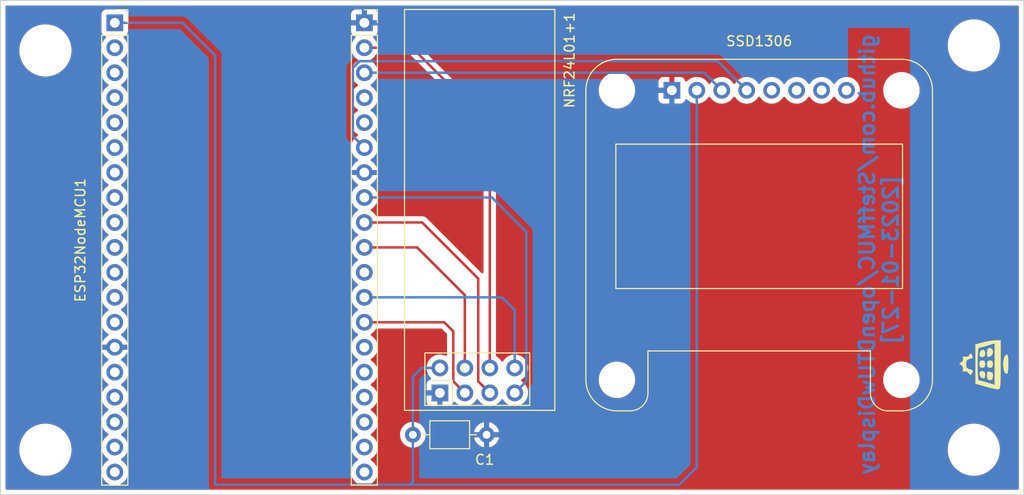
<source format=kicad_pcb>
(kicad_pcb (version 20211014) (generator pcbnew)
  (layers (0 "F.Cu" signal) (31 "B.Cu" signal) (34 "B.Paste" user) (35 "F.Paste" user) (36 "B.SilkS" user "B.Silkscreen") (37 "F.SilkS" user "F.Silkscreen") (38 "B.Mask" user) (39 "F.Mask" user) (44 "Edge.Cuts" user))
  (property "OpenDTUVer" "")
  (net 0 "")
  (net 1 "GND")
  (net 2 "PWR3x3")
  (net 3 "SCL")
  (net 4 "SDA")
  (net 28 "CE")
  (net 29 "IRQ")
  (net 31 "~{CSN}")
  (net 32 "SCK")
  (net 33 "MISO")
  (net 36 "MOSI")
  (footprint "MountingHole:MountingHole_4.3mm_M4" (layer "F.Cu") (at 170.688 73.152)
    (fp_text reference "REF**" hide)
    (fp_text value "MountingHole_4.3mm_M4" hide)
    (pad "" np_thru_hole circle (at 0 0) (size 4.3 4.3) (drill 4.3) (layers *.Cu *.Mask))
  )
  (footprint "MountingHole:MountingHole_4.3mm_M4" (layer "F.Cu") (at 170.688 114.3)
    (fp_text reference "REF**" hide)
    (fp_text value "MountingHole_4.3mm_M4" hide)
    (pad "" np_thru_hole circle (at 0 0) (size 4.3 4.3) (drill 4.3) (layers F&B.Cu *.Mask))
  )
  (footprint "MountingHole:MountingHole_4.3mm_M4" (layer "F.Cu") (at 76.2 73.66)
    (fp_text reference "REF**" hide)
    (fp_text value "MountingHole_4.3mm_M4" hide)
    (pad "" np_thru_hole circle (at 0 0) (size 4.3 4.3) (drill 4.3) (layers *.Cu *.Mask))
  )
  (footprint "nRF24L01+PA+LNA_Breakout:nRF24L01+PA+LNA_Breakout" (layer "F.Cu") (at 116.346 108.516 90)
    (fp_text reference "NRF24L01+1" (at 33.84 13.194 90) (layer "F.SilkS"))
    (fp_text value "NRF24L01+PA+LNA_Breakout")
    (fp_line (start 4.064 -1.524) (end 4.064 9.144) (layer "F.SilkS") (width 0.12))
    (fp_line (start -1.27 -1.524) (end 4.064 -1.524) (layer "F.SilkS") (width 0.12))
    (fp_line (start -1.27 9.144) (end -1.27 -1.524) (layer "F.SilkS") (width 0.12))
    (fp_line (start -1.016 1.27) (end -1.016 1.27) (layer "F.SilkS") (width 0.12))
    (fp_line (start 1.27 -1.016) (end 1.27 1.27) (layer "F.SilkS") (width 0.12))
    (fp_line (start 4.064 9.144) (end -1.27 9.144) (layer "F.SilkS") (width 0.12))
    (fp_line (start 1.27 1.27) (end -1.016 1.27) (layer "F.SilkS") (width 0.12))
    (fp_line (start -1.27 -1.524) (end -1.27 -1.524) (layer "F.SilkS") (width 0.12))
    (fp_line (start -1.27 9.144) (end -1.27 9.144) (layer "F.SilkS") (width 0.12))
    (fp_rect (start -1.778 -3.6) (end 39.022 11.7) (layer "F.SilkS") (width 0.12) (fill none))
    (pad "1" thru_hole rect (at 0 0 90) (size 1.7 1.7) (drill 1) (layers *.Cu *.Mask) (net 1 "GND"))
    (pad "2" thru_hole circle (at 2.54 0 90) (size 1.7 1.7) (drill 1) (layers *.Cu *.Mask) (net 2 "PWR3x3"))
    (pad "3" thru_hole circle (at 0 2.54 90) (size 1.7 1.7) (drill 1) (layers *.Cu *.Mask) (net 28 "CE"))
    (pad "4" thru_hole circle (at 2.54 2.54 90) (size 1.7 1.7) (drill 1) (layers *.Cu *.Mask) (net 31 "~{CSN}"))
    (pad "5" thru_hole circle (at 0 5.08 90) (size 1.7 1.7) (drill 1) (layers *.Cu *.Mask) (net 32 "SCK"))
    (pad "6" thru_hole circle (at 2.54 5.08 90) (size 1.7 1.7) (drill 1) (layers *.Cu *.Mask) (net 36 "MOSI"))
    (pad "7" thru_hole circle (at 0 7.62 90) (size 1.7 1.7) (drill 1) (layers *.Cu *.Mask) (net 33 "MISO"))
    (pad "8" thru_hole circle (at 2.54 7.62 90) (size 1.7 1.7) (drill 1) (layers *.Cu *.Mask) (net 29 "IRQ"))
  )
  (footprint "MountingHole:MountingHole_4.3mm_M4" (layer "F.Cu") (at 76.2 114.3)
    (fp_text reference "REF**" hide)
    (fp_text value "MountingHole_4.3mm_M4" hide)
    (pad "" np_thru_hole circle (at 0 0) (size 4.3 4.3) (drill 4.3) (layers *.Cu *.Mask))
  )
  (footprint "Display:Adafruit_SSD1306" (layer "F.Cu") (at 139.954 77.721)
    (fp_text reference "SSD1306" (at 8.89 -5) (layer "F.SilkS"))
    (fp_text value "SSD1306")
    (fp_line (start -4.238 32.622) (end -5.59 32.622) (layer "F.SilkS") (width 0.12))
    (fp_line (start -2.43 26.526) (end -2.43 30.814) (layer "F.SilkS") (width 0.12))
    (fp_line (start -5.698 5.478) (end -5.698 20.176) (layer "F.SilkS") (width 0.12))
    (fp_line (start 23.478 5.478) (end 23.478 20.176) (layer "F.SilkS") (width 0.12))
    (fp_line (start -2.43 26.526) (end 20.21 26.526) (layer "F.SilkS") (width 0.12))
    (fp_line (start 22.018 32.622) (end 23.37 32.622) (layer "F.SilkS") (width 0.12))
    (fp_line (start -5.698 20.176) (end 23.478 20.176) (layer "F.SilkS") (width 0.12))
    (fp_line (start 23.368 -3.158) (end -5.588 -3.158) (layer "F.SilkS") (width 0.12))
    (fp_line (start 20.21 26.526) (end 20.21 30.814) (layer "F.SilkS") (width 0.12))
    (fp_line (start -8.746 0) (end -8.746 29.464) (layer "F.SilkS") (width 0.12))
    (fp_line (start 26.526 0) (end 26.526 29.464) (layer "F.SilkS") (width 0.12))
    (fp_line (start -5.698 5.478) (end 23.478 5.478) (layer "F.SilkS") (width 0.12))
    (fp_arc (start 23.368 -3.158) (mid 25.601043 -2.233043) (end 26.526 0) (layer "F.SilkS") (width 0.12))
    (fp_arc (start -2.43 30.812) (mid -2.958137 32.091035) (end -4.236 32.622) (layer "F.SilkS") (width 0.12))
    (fp_arc (start 26.526 29.464) (mid 25.601043 31.697043) (end 23.368 32.622) (layer "F.SilkS") (width 0.12))
    (fp_arc (start 22.016 32.622) (mid 20.738137 32.091035) (end 20.21 30.812) (layer "F.SilkS") (width 0.12))
    (fp_arc (start -5.588 32.622) (mid -7.821043 31.697043) (end -8.746 29.464) (layer "F.SilkS") (width 0.12))
    (fp_arc (start -8.746 0) (mid -7.821043 -2.233043) (end -5.588 -3.158) (layer "F.SilkS") (width 0.12))
    (pad "" np_thru_hole circle (at -5.588 0) (size 2.7 2.7) (drill 2.7) (layers *.Cu *.Mask))
    (pad "" np_thru_hole circle (at 23.368 29.464) (size 2.7 2.7) (drill 2.7) (layers *.Cu *.Mask))
    (pad "" np_thru_hole circle (at 23.368 0) (size 2.7 2.7) (drill 2.7) (layers *.Cu *.Mask))
    (pad "" np_thru_hole circle (at -5.588 29.464) (size 2.7 2.7) (drill 2.7) (layers *.Cu *.Mask))
    (pad "1" thru_hole rect (at 0 0) (size 1.7 1.7) (drill 1) (layers *.Cu *.Mask) (net 1 "GND"))
    (pad "2" thru_hole circle (at 2.54 0) (size 1.7 1.7) (drill 1) (layers *.Cu *.Mask) (net 2 "PWR3x3"))
    (pad "3" thru_hole circle (at 5.08 0) (size 1.7 1.7) (drill 1) (layers *.Cu *.Mask) (net 3 "SCL"))
    (pad "4" thru_hole circle (at 7.62 0) (size 1.7 1.7) (drill 1) (layers *.Cu *.Mask) (net 4 "SDA"))
    (pad "5" thru_hole circle (at 10.16 0) (size 1.7 1.7) (drill 1) (layers *.Cu *.Mask))
    (pad "6" thru_hole circle (at 12.7 0) (size 1.7 1.7) (drill 1) (layers *.Cu *.Mask))
    (pad "7" thru_hole circle (at 15.24 0) (size 1.7 1.7) (drill 1) (layers *.Cu *.Mask))
    (pad "8" thru_hole circle (at 17.78 0) (size 1.7 1.7) (drill 1) (layers *.Cu *.Mask))
  )
  (footprint "Capacitor_THT:C_Axial_L3.8mm_D2.6mm_P7.50mm_Horizontal" (layer "F.Cu") (at 113.598 112.776)
    (fp_text reference "C1" (at 7.306 2.54) (layer "F.SilkS"))
    (fp_text value "10uF")
    (fp_line (start 1.04 0) (end 1.73 0) (layer "F.SilkS") (width 0.12))
    (fp_line (start 5.77 1.42) (end 5.77 -1.42) (layer "F.SilkS") (width 0.12))
    (fp_line (start 5.77 -1.42) (end 1.73 -1.42) (layer "F.SilkS") (width 0.12))
    (fp_line (start 6.46 0) (end 5.77 0) (layer "F.SilkS") (width 0.12))
    (fp_line (start 1.73 -1.42) (end 1.73 1.42) (layer "F.SilkS") (width 0.12))
    (fp_line (start 1.73 1.42) (end 5.77 1.42) (layer "F.SilkS") (width 0.12))
    (pad "1" thru_hole circle (at 0 0) (size 1.6 1.6) (drill 0.8) (layers *.Cu *.Mask) (net 2 "PWR3x3"))
    (pad "2" thru_hole oval (at 7.5 0) (size 1.6 1.6) (drill 0.8) (layers *.Cu *.Mask) (net 1 "GND"))
  )
  (footprint "ESP32-NodeMCU_WROOM_32:ESP32-NodeMCU_WROOM_32" (layer "F.Cu") (at 83.2595 70.85)
    (fp_text reference "ESP32NodeMCU1" (at -3.5035 22.114 90) (layer "F.SilkS"))
    (fp_text value "ESP32NodeMCU" hide)
    (fp_line (start -1.33 47.05) (end 1.33 47.05) (layer "F.SilkS") (width 0.12))
    (fp_line (start 0 -1.33) (end 1.33 -1.33) (layer "F.SilkS") (width 0.12))
    (fp_line (start 26.73 1.27) (end 26.73 47.05) (layer "F.SilkS") (width 0.12))
    (fp_line (start -1.33 1.27) (end -1.33 47.05) (layer "F.SilkS") (width 0.12))
    (fp_line (start 25.4 -1.33) (end 26.73 -1.33) (layer "F.SilkS") (width 0.12))
    (fp_line (start 26.73 -1.33) (end 26.73 0) (layer "F.SilkS") (width 0.12))
    (fp_line (start 24.07 1.27) (end 26.73 1.27) (layer "F.SilkS") (width 0.12))
    (fp_line (start 1.33 -1.33) (end 1.33 0) (layer "F.SilkS") (width 0.12))
    (fp_line (start 24.07 47.05) (end 26.73 47.05) (layer "F.SilkS") (width 0.12))
    (fp_line (start 1.33 1.27) (end 1.33 47.05) (layer "F.SilkS") (width 0.12))
    (fp_line (start -1.33 1.27) (end 1.33 1.27) (layer "F.SilkS") (width 0.12))
    (fp_line (start 24.07 1.27) (end 24.07 47.05) (layer "F.SilkS") (width 0.12))
    (pad "1" thru_hole rect (at 0 0) (size 1.7 1.7) (drill 1) (layers *.Cu *.Mask) (net 2 "PWR3x3"))
    (pad "2" thru_hole oval (at 0 2.54) (size 1.7 1.7) (drill 1) (layers *.Cu *.Mask))
    (pad "3" thru_hole oval (at 0 5.08) (size 1.7 1.7) (drill 1) (layers *.Cu *.Mask))
    (pad "4" thru_hole oval (at 0 7.62) (size 1.7 1.7) (drill 1) (layers *.Cu *.Mask))
    (pad "5" thru_hole oval (at 0 10.16) (size 1.7 1.7) (drill 1) (layers *.Cu *.Mask))
    (pad "6" thru_hole oval (at 0 12.7) (size 1.7 1.7) (drill 1) (layers *.Cu *.Mask))
    (pad "7" thru_hole oval (at 0 15.24) (size 1.7 1.7) (drill 1) (layers *.Cu *.Mask))
    (pad "8" thru_hole oval (at 0 17.78) (size 1.7 1.7) (drill 1) (layers *.Cu *.Mask))
    (pad "9" thru_hole oval (at 0 20.32) (size 1.7 1.7) (drill 1) (layers *.Cu *.Mask))
    (pad "10" thru_hole oval (at 0 22.86) (size 1.7 1.7) (drill 1) (layers *.Cu *.Mask))
    (pad "11" thru_hole oval (at 0 25.4) (size 1.7 1.7) (drill 1) (layers *.Cu *.Mask))
    (pad "12" thru_hole oval (at 0 27.94) (size 1.7 1.7) (drill 1) (layers *.Cu *.Mask))
    (pad "13" thru_hole oval (at 0 30.48) (size 1.7 1.7) (drill 1) (layers *.Cu *.Mask))
    (pad "14" thru_hole oval (at 0 33.02) (size 1.7 1.7) (drill 1) (layers *.Cu *.Mask) (net 1 "GND"))
    (pad "15" thru_hole oval (at 0 35.56) (size 1.7 1.7) (drill 1) (layers *.Cu *.Mask))
    (pad "16" thru_hole oval (at 0 38.1) (size 1.7 1.7) (drill 1) (layers *.Cu *.Mask))
    (pad "17" thru_hole oval (at 0 40.64) (size 1.7 1.7) (drill 1) (layers *.Cu *.Mask))
    (pad "18" thru_hole oval (at 0 43.18) (size 1.7 1.7) (drill 1) (layers *.Cu *.Mask))
    (pad "19" thru_hole oval (at 0 45.72) (size 1.7 1.7) (drill 1) (layers *.Cu *.Mask))
    (pad "20" thru_hole oval (at 25.4 45.72) (size 1.7 1.7) (drill 1) (layers *.Cu *.Mask))
    (pad "21" thru_hole oval (at 25.4 43.18) (size 1.7 1.7) (drill 1) (layers *.Cu *.Mask))
    (pad "22" thru_hole oval (at 25.4 40.64) (size 1.7 1.7) (drill 1) (layers *.Cu *.Mask))
    (pad "23" thru_hole oval (at 25.4 38.1) (size 1.7 1.7) (drill 1) (layers *.Cu *.Mask))
    (pad "24" thru_hole oval (at 25.4 35.56) (size 1.7 1.7) (drill 1) (layers *.Cu *.Mask))
    (pad "25" thru_hole oval (at 25.4 33.02) (size 1.7 1.7) (drill 1) (layers *.Cu *.Mask))
    (pad "26" thru_hole oval (at 25.4 30.48) (size 1.7 1.7) (drill 1) (layers *.Cu *.Mask) (net 28 "CE"))
    (pad "27" thru_hole oval (at 25.4 27.94) (size 1.7 1.7) (drill 1) (layers *.Cu *.Mask) (net 29 "IRQ"))
    (pad "28" thru_hole oval (at 25.4 25.4) (size 1.7 1.7) (drill 1) (layers *.Cu *.Mask))
    (pad "29" thru_hole oval (at 25.4 22.86) (size 1.7 1.7) (drill 1) (layers *.Cu *.Mask) (net 31 "~{CSN}"))
    (pad "30" thru_hole oval (at 25.4 20.32) (size 1.7 1.7) (drill 1) (layers *.Cu *.Mask) (net 32 "SCK"))
    (pad "31" thru_hole oval (at 25.4 17.78) (size 1.7 1.7) (drill 1) (layers *.Cu *.Mask) (net 33 "MISO"))
    (pad "32" thru_hole oval (at 25.4 15.24) (size 1.7 1.7) (drill 1) (layers *.Cu *.Mask) (net 1 "GND"))
    (pad "33" thru_hole oval (at 25.4 12.7) (size 1.7 1.7) (drill 1) (layers *.Cu *.Mask) (net 4 "SDA"))
    (pad "34" thru_hole oval (at 25.4 10.16) (size 1.7 1.7) (drill 1) (layers *.Cu *.Mask))
    (pad "35" thru_hole oval (at 25.4 7.62) (size 1.7 1.7) (drill 1) (layers *.Cu *.Mask))
    (pad "36" thru_hole oval (at 25.4 5.08) (size 1.7 1.7) (drill 1) (layers *.Cu *.Mask) (net 3 "SCL"))
    (pad "37" thru_hole oval (at 25.4 2.54) (size 1.7 1.7) (drill 1) (layers *.Cu *.Mask) (net 36 "MOSI"))
    (pad "38" thru_hole rect (at 25.4 0) (size 1.7 1.7) (drill 1) (layers *.Cu *.Mask) (net 1 "GND"))
  )
  (footprint "OpenDTU_logo_KiCad:OpenDTU" (layer "F.Cu") (at 171.704 105.664 90)
    (fp_text reference "G***" hide)
    (fp_text value "LOGO" hide)
    (fp_poly (pts (xy 2.299385 -0.078395) (xy 2.421598 0.492748) (xy 2.495724 1.030653) (xy 2.505618 1.215124) (xy 2.508642 1.724692) (xy 0 1.724692) (xy -0.941879 1.722038) (xy -1.61461 1.710832) (xy -2.062601 1.686206) (xy -2.330263 1.643291) (xy -2.462004 1.57722) (xy -2.502234 1.483124) (xy -2.503133 1.450309) (xy -2.459553 1.163563) (xy -2.444629 1.097531) (xy -2.023272 1.097531) (xy 2.180063 1.097531) (xy 1.954075 0.352778) (xy 1.822578 -0.101513) (xy 1.740235 -0.426208) (xy 1.726389 -0.509567) (xy 1.582085 -0.560363) (xy 1.203468 -0.596515) (xy 0.669462 -0.618023) (xy 0.058992 -0.624889) (xy -0.549018 -0.61711) (xy -1.075643 -0.594689) (xy -1.441958 -0.557624) (xy -1.569598 -0.509567) (xy -1.612837 -0.302061) (xy -1.721053 0.094978) (xy -1.797284 0.352778) (xy -2.023272 1.097531) (xy -2.444629 1.097531) (xy -2.351118 0.683771) (xy -2.21273 0.156791) (xy -1.927835 -0.862345) (xy 2.096176 -0.862345)) (layer "F.SilkS") (width 0) (fill solid))
    (fp_poly (pts (xy -0.748375 0.348449) (xy -0.665867 0.477691) (xy -0.68878 0.561589) (xy -0.771796 0.81153) (xy -0.78395 0.87517) (xy -0.918528 0.92452) (xy -1.175925 0.940741) (xy -1.483298 0.867247) (xy -1.567901 0.627161) (xy -1.49707 0.40074) (xy -1.230379 0.318179) (xy -1.080756 0.313581)) (layer "F.SilkS") (width 0) (fill solid))
    (fp_poly (pts (xy 0.197653 -2.420731) (xy 0.243209 -2.307981) (xy 0.448553 -2.105005) (xy 0.632735 -2.118435) (xy 0.83592 -2.129516) (xy 0.840075 -1.923775) (xy 0.831564 -1.889828) (xy 0.864078 -1.578827) (xy 1.014494 -1.469591) (xy 1.185047 -1.359649) (xy 1.07148 -1.234902) (xy 0.784278 -1.111787) (xy 0.641598 -1.249186) (xy 0.598868 -1.450308) (xy 0.487746 -1.710445) (xy 0.195461 -1.799875) (xy 0.078396 -1.803086) (xy -0.276355 -1.747453) (xy -0.425376 -1.537765) (xy -0.442077 -1.450308) (xy -0.533909 -1.154891) (xy -0.73058 -1.135615) (xy -0.920354 -1.238403) (xy -1.039742 -1.373366) (xy -0.881839 -1.516021) (xy -0.856934 -1.530173) (xy -0.660343 -1.774056) (xy -0.680346 -1.95072) (xy -0.701519 -2.138735) (xy -0.501915 -2.126537) (xy -0.48102 -2.120046) (xy -0.159859 -2.149774) (xy -0.02218 -2.305782) (xy 0.110333 -2.502009)) (layer "F.SilkS") (width 0) (fill solid))
    (fp_poly (pts (xy 0.462145 1.991028) (xy 0.849105 2.106347) (xy 1.057522 2.306897) (xy 1.059492 2.312655) (xy 1.002314 2.424687) (xy 0.713849 2.48737) (xy 0.15554 2.508511) (xy 0.091461 2.508642) (xy -0.462275 2.486004) (xy -0.827689 2.424981) (xy -0.94074 2.347972) (xy -0.8048 2.139411) (xy -0.461327 2.009264) (xy -0.006838 1.959235)) (layer "F.SilkS") (width 0) (fill solid))
    (fp_poly (pts (xy 1.598618 0.362859) (xy 1.719839 0.546214) (xy 1.724692 0.627161) (xy 1.605093 0.860173) (xy 1.334134 0.948143) (xy 1.043571 0.880853) (xy 0.879121 0.692733) (xy 0.800441 0.43498) (xy 0.887253 0.332445) (xy 1.210328 0.313614) (xy 1.254321 0.313581)) (layer "F.SilkS") (width 0) (fill solid))
    (fp_poly (pts (xy 1.135127 -0.442077) (xy 1.444467 -0.309241) (xy 1.550554 -0.096401) (xy 1.444314 0.092545) (xy 1.187423 0.156791) (xy 0.876189 0.089436) (xy 0.784104 -0.151484) (xy 0.783951 -0.167695) (xy 0.8592 -0.411325) (xy 1.133567 -0.442299)) (layer "F.SilkS") (width 0) (fill solid))
    (fp_poly (pts (xy 0.385768 0.387075) (xy 0.470371 0.627161) (xy 0.378503 0.873059) (xy 0.078396 0.940741) (xy -0.228977 0.867247) (xy -0.31358 0.627161) (xy -0.221712 0.381263) (xy 0.078396 0.313581)) (layer "F.SilkS") (width 0) (fill solid))
    (fp_poly (pts (xy -0.703046 -0.411824) (xy -0.627161 -0.169136) (xy -0.62716 -0.167695) (xy -0.71091 0.08261) (xy -1.010475 0.156668) (xy -1.030632 0.156791) (xy -1.328568 0.099472) (xy -1.384683 -0.101293) (xy -1.381808 -0.117592) (xy -1.202873 -0.354582) (xy -0.978336 -0.442077)) (layer "F.SilkS") (width 0) (fill solid))
    (fp_poly (pts (xy 0.385768 -0.396876) (xy 0.470371 -0.15679) (xy 0.378503 0.089108) (xy 0.078396 0.156791) (xy -0.228977 0.083296) (xy -0.31358 -0.15679) (xy -0.221712 -0.402688) (xy 0.078396 -0.47037)) (layer "F.SilkS") (width 0) (fill solid))
  )
  (gr_rect (start 71.628 68.58) (end 175.768 118.872) (layer "Edge.Cuts") (width 0.1) (fill none))
  (gr_text "OpenDTU w Display\nV1.00" (at 171.704 90.424 90) (layer "F.Cu") (effects (font (size 1.5 1.5) (thickness 0.3))))
  (gr_text "github.com/SteffMUC/openDTUwDisplay \n[2023-01-27]" (at 161.036 94.996 90) (layer "B.Cu") (effects (font (size 1.5 1.5) (thickness 0.3)) (justify mirror)))
  (segment (start 113.598 106.874) (end 114.496 105.976) (width 0.25) (layer "B.Cu") (net 2))
  (segment (start 93.472 117.856) (end 112.776 117.856) (width 0.25) (layer "B.Cu") (net 2))
  (segment (start 93.472 74.168) (end 93.472 117.856) (width 0.25) (layer "B.Cu") (net 2))
  (segment (start 83.2595 70.85) (end 90.154 70.85) (width 0.25) (layer "B.Cu") (net 2))
  (segment (start 113.598 117.542) (end 113.598 112.776) (width 0.25) (layer "B.Cu") (net 2))
  (segment (start 114.496 105.976) (end 116.346 105.976) (width 0.25) (layer "B.Cu") (net 2))
  (segment (start 142.494 116.078) (end 142.494 77.721) (width 0.25) (layer "B.Cu") (net 2))
  (segment (start 112.776 117.856) (end 113.284 117.856) (width 0.25) (layer "B.Cu") (net 2))
  (segment (start 140.716 117.856) (end 142.494 116.078) (width 0.25) (layer "B.Cu") (net 2))
  (segment (start 113.598 112.776) (end 113.598 106.874) (width 0.25) (layer "B.Cu") (net 2))
  (segment (start 112.776 117.856) (end 140.716 117.856) (width 0.25) (layer "B.Cu") (net 2))
  (segment (start 113.284 117.856) (end 113.598 117.542) (width 0.25) (layer "B.Cu") (net 2))
  (segment (start 90.154 70.85) (end 93.472 74.168) (width 0.25) (layer "B.Cu") (net 2))
  (segment (start 143.243 75.93) (end 108.6595 75.93) (width 0.25) (layer "B.Cu") (net 3))
  (segment (start 145.034 77.721) (end 143.243 75.93) (width 0.25) (layer "B.Cu") (net 3))
  (segment (start 107.4845 82.375) (end 108.6595 83.55) (width 0.25) (layer "B.Cu") (net 4))
  (segment (start 147.574 77.721) (end 144.608 74.755) (width 0.25) (layer "B.Cu") (net 4))
  (segment (start 144.608 74.755) (end 108.1728 74.755) (width 0.25) (layer "B.Cu") (net 4))
  (segment (start 107.7199 75.2079) (end 107.4845 75.443299) (width 0.25) (layer "B.Cu") (net 4))
  (segment (start 108.1728 74.755) (end 107.7199 75.2079) (width 0.25) (layer "B.Cu") (net 4))
  (segment (start 107.4845 75.443299) (end 107.4845 82.375) (width 0.25) (layer "B.Cu") (net 4))
  (segment (start 108.172799 74.755) (end 107.7199 75.2079) (width 0.25) (layer "B.Cu") (net 4))
  (segment (start 117.711 107.341) (end 117.711 102.253) (width 0.25) (layer "F.Cu") (net 28))
  (segment (start 118.886 108.516) (end 117.711 107.341) (width 0.25) (layer "F.Cu") (net 28))
  (segment (start 116.788 101.33) (end 108.6595 101.33) (width 0.25) (layer "F.Cu") (net 28))
  (segment (start 117.711 102.253) (end 116.788 101.33) (width 0.25) (layer "F.Cu") (net 28))
  (segment (start 108.6595 98.79) (end 122.666 98.79) (width 0.25) (layer "B.Cu") (net 29))
  (segment (start 123.966 100.09) (end 123.966 105.976) (width 0.25) (layer "B.Cu") (net 29))
  (segment (start 122.666 98.79) (end 123.966 100.09) (width 0.25) (layer "B.Cu") (net 29))
  (segment (start 114.03 93.71) (end 118.886 98.566) (width 0.25) (layer "F.Cu") (net 31))
  (segment (start 118.886 98.566) (end 118.886 105.976) (width 0.25) (layer "F.Cu") (net 31))
  (segment (start 108.6595 93.71) (end 114.03 93.71) (width 0.25) (layer "F.Cu") (net 31))
  (segment (start 121.426 108.516) (end 120.251 107.341) (width 0.25) (layer "F.Cu") (net 32))
  (segment (start 114.538 91.17) (end 108.6595 91.17) (width 0.25) (layer "F.Cu") (net 32))
  (segment (start 120.251 107.341) (end 120.251 96.883) (width 0.25) (layer "F.Cu") (net 32))
  (segment (start 120.251 96.883) (end 114.538 91.17) (width 0.25) (layer "F.Cu") (net 32))
  (segment (start 125.141 107.341) (end 123.966 108.516) (width 0.25) (layer "B.Cu") (net 33))
  (segment (start 108.6595 88.63) (end 121.65 88.63) (width 0.25) (layer "B.Cu") (net 33))
  (segment (start 125.141 92.121) (end 125.141 107.341) (width 0.25) (layer "B.Cu") (net 33))
  (segment (start 121.65 88.63) (end 125.141 92.121) (width 0.25) (layer "B.Cu") (net 33))
  (segment (start 108.6595 73.39) (end 113.522 73.39) (width 0.25) (layer "F.Cu") (net 36))
  (segment (start 113.522 73.39) (end 121.426 81.294) (width 0.25) (layer "F.Cu") (net 36))
  (segment (start 121.426 81.294) (end 121.426 105.976) (width 0.25) (layer "F.Cu") (net 36))
  (zone (net 1) (net_name "GND") (layer "F.Cu") (connect_pads (clearance 0.508)) (min_thickness 0.254) (fill yes (thermal_gap 0.508) (thermal_bridge_width 0.508))
    (polygon (pts (xy 175.26 118.364) (xy 72.136 118.364) (xy 72.136 69.088) (xy 175.26 69.088)))
  )
  (zone (net 1) (net_name "GND") (layer "B.Cu") (connect_pads (clearance 0.508)) (min_thickness 0.254) (fill yes (thermal_gap 0.508) (thermal_bridge_width 0.508))
    (polygon (pts (xy 175.26 118.364) (xy 72.136 118.364) (xy 71.628 69.088) (xy 175.26 69.088)))
  )
)
</source>
